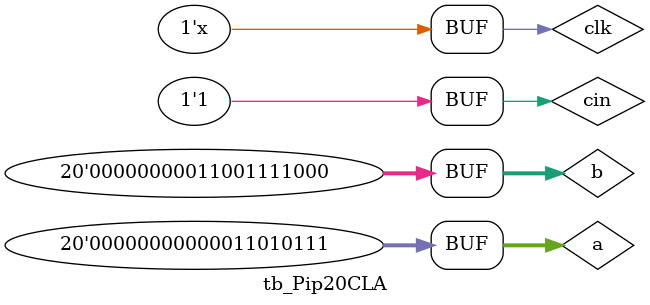
<source format=v>
`timescale 1ns/1ns

module PGU20(a,b,p,g);
	input [19:0] a,b;
	output [19:0] p,g;

	assign p=a^b;
	assign g=a&b;

endmodule

//4bit D1
module D1_20bit(in,clk,out);
	input [19:0] in;
	input clk;
	output reg [19:0]out;


	always@(posedge clk) begin
		out<=in;
	end
endmodule

//SU20
module SU20(p,cin,c,s);
	input [19:0] p;
	input cin;
	input [18:0] c;
	output [19:0] s;

	assign s=p^{c,cin};
endmodule


//3bit DD5

module DD5_3bit(in,clk,out);
	input [2:0] in;
	input clk;
	output reg [2:0] out;

	reg [2:0] r_data[0:3];

	always@(posedge clk) begin
		r_data[0] <= in;
		r_data[1] <= r_data[0];
		r_data[2] <= r_data[1];
		r_data[3] <= r_data[2];
		out <= r_data[3];
	end
endmodule

//20bit DD5

module DD5_20bit(in,clk,out);
	input [19:0] in;
	input clk;
	output reg [19:0] out;

	reg [19:0] r_data[0:3];

	always@(posedge clk) begin
		r_data[0] <= in;
		r_data[1] <= r_data[0];
		r_data[2] <= r_data[1];
		r_data[3] <= r_data[2];
		out <= r_data[3];
	end
endmodule


//4bit DD4

module DD4_4bit(in,clk,out);
	input [3:0] in;
	input clk;
	output reg [3:0] out;
	
	reg [3:0] r_data[0:2];

	always@(posedge clk) begin
		r_data[0] <= in;
		r_data[1] <= r_data[0];
		r_data[2] <= r_data[1];
		out <= r_data[2];
	end
endmodule

module Pip20CLA(a,b,cin,clk,s,cout);
	input [19:0] a,b;
	input cin;
	input clk;
	output [19:0] s;
	output cout;

	wire cin2;
	wire cin22;
	wire [19:0] a2,b2,p,g,p2,g2,p22; //pccc
	wire [15:0] p222,g222; //pcc, gcc

	wire [19:0] c;
	wire [3:0] c2;
	wire [19:0] c22;


	wire [4:0] ps,gs,ps2,gs2;

	//D1 PGU
	// 20bit D1 has to be made
	D1_20bit D1(a,clk,a2);
	D1_20bit D2(b,clk,b2);
	PGU20 PGU0(a2,b2,p,g);
	D1_20bit D3(p,clk,p2);
	D1_20bit D4(g,clk,g2);

	//BCLU0
	DD2 D11(cin,clk,cin2);
	BCLU BCLU0(p2[3:0],g2[3:0],cin2,ps[0],gs[0],c[2:0]);
	DD1 D12(ps[0],clk,ps2[0]);
	DD1 D13(gs[0],clk,gs2[0]);

	//CLU0
	DD3 D21(cin,clk,cin22);
	CLU CLU0(ps2[0],gs2[0],cin22,c[3]);
	
	//BCLU1
	D1_4bit D31(p2[7:4],clk,p222[3:0]);
	D1_4bit D32(g2[7:4],clk,g222[3:0]);
	BCLU BCLU1(p222[3:0],g222[3:0],c[3],ps[1],gs[1],c[6:4]);
	DD1 D33(ps[1],clk,ps2[1]);
	DD1 D34(gs[1],clk,gs2[1]);


	//CLU1
	DD1 D41(c[3],clk,c2[0]);
	CLU CLU1(ps2[1],gs2[1],c2[0],c[7]);
	
	//BCLU2
	DD2_4bit D42(p2[11:8],clk,p222[7:4]);
	DD2_4bit D43(g2[11:8],clk,g222[7:4]);
	BCLU BCLU2(p222[7:4],g222[7:4],c[7],ps[2],gs[2],c[10:8]);
	DD1 D44(ps[2],clk,ps2[2]);
	DD1 D45(gs[2],clk,gs2[2]);

	//CLU2
	DD1 D51(c[7],clk,c2[1]);
	CLU CLU2(ps2[2],gs2[2],c2[1],c[11]);
	//BCLU3
	DD3_4bit D52(p2[15:12],clk,p222[11:8]);
	DD3_4bit D53(g2[15:12],clk,g222[11:8]);
	BCLU BCLU3(p222[11:8],g222[11:8],c[11],ps[3],gs[3],c[14:12]);
	DD1 D54(ps[3],clk,ps2[3]);
	DD1 D55(gs[3],clk,gs2[3]);
	
	//CLU3
	DD1 D61(c[11],clk,c2[2]);
	CLU CLU3(ps2[3],gs2[3],c2[2],c[15]);


	//BCLU4
	//DD4_4bit has to be made
	DD4_4bit D71(p2[19:16],clk,p222[15:12]);
	DD4_4bit D72(g2[19:16],clk,g222[15:12]);
	BCLU BCLU4(p222[15:12],g222[15:12],c[15],ps[4],gs[4],c[18:16]);
	DD1 D73(ps[4],clk,ps2[4]);
	DD1 D74(gs[4],clk,gs2[4]);

	//CLU4
	DD1 D81(c[15],clk,c2[3]);
	CLU CLU4(ps2[4],gs2[4],c2[3],cout);
	

	//SU
	DD4 D100(cin22,clk,c22[0]);
	// delay4
	
	
	//DD5? ???? ?? ??
	DD5_3bit D102(c[2:0],clk,c22[3:1]);
	DD4 D103(c[3],clk,c22[4]);

	DD4_3bit D104(c[6:4],clk,c22[7:5]);
	DD3 D105(c[7],clk,c22[8]);

	DD3_3bit D106(c[10:8],clk,c22[11:9]);
	DD2 D107(c[11],clk,c22[12]);

	DD2_3bit D108(c[14:12],clk,c22[15:13]);
	DD1 D109(c[15],clk,c22[16]);

	//DD5 20bit has to be made
	D1_3bit D110(c[18:16],clk,c22[19:17]);
	DD5_20bit D111(p2[19:0],clk,p22[19:0]);
	SU20 SU0(p22,c22[0],c22[19:1],s);
endmodule


module tb_Pip20CLA();
	reg clk=0;
	reg [19:0]a,b;
	reg cin;
	wire [19:0] s;
	wire cout;

	Pip20CLA Pip20CLA0(a,b,cin,clk,s,cout);

	always #5 clk=~clk;

	initial begin
		a=20'b0000_0110_1111_0111_0111;
		b=20'b0000_0111_0001_0111_1000;
		cin=0;
	
		#150
		a=20'b0000_0011_0000_0000_0000;
		b=20'b1111_0000_0000_0000_0000;
		cin=0;
		
		#150
		a=20'b0000_0000_1111_0111_0111;
		b=20'b0001_0110_0000_0000_1000;
		cin=0;

		#150
		a=20'b0000_0000_0000_0000_0001;
		b=20'b0000_0000_0110_0000_0011;
		cin=1;
		
		#150
		a=20'b0000_0000_0000_1101_0111;
		b=20'b0000_0000_0110_0111_1000;
		cin=1;

	end
		

endmodule

</source>
